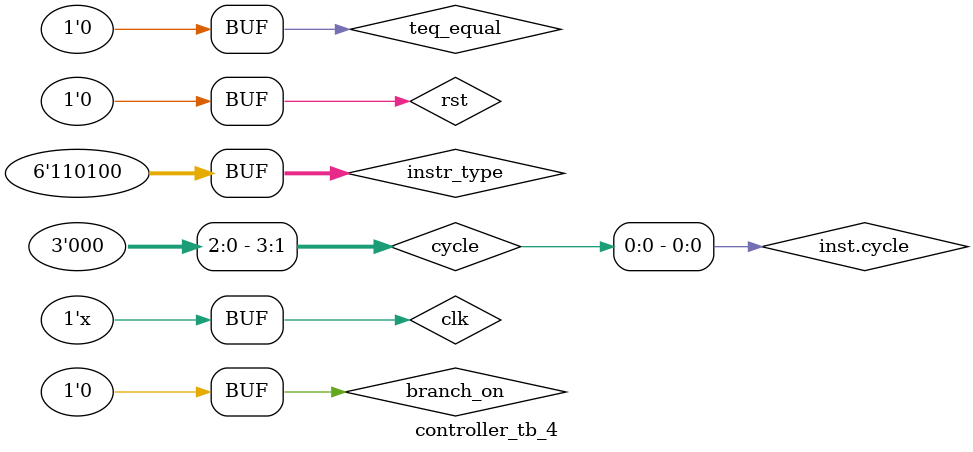
<source format=v>
`timescale 1ns / 1ps


module controller_tb_4;

parameter INST_TYPE_ADD   = 6'd0;
parameter INST_TYPE_ADDU  = 6'd1;
parameter INST_TYPE_SUB   = 6'd2;
parameter INST_TYPE_SUBU  = 6'd3;
parameter INST_TYPE_AND   = 6'd4;
parameter INST_TYPE_OR    = 6'd5;
parameter INST_TYPE_XOR   = 6'd6;
parameter INST_TYPE_NOR   = 6'd7;
parameter INST_TYPE_SLT   = 6'd8;
parameter INST_TYPE_SLTU  = 6'd9;
parameter INST_TYPE_SLL   = 6'd10;
parameter INST_TYPE_SRL   = 6'd11;
parameter INST_TYPE_SRA   = 6'd12;
parameter INST_TYPE_SLLV  = 6'd13;
parameter INST_TYPE_SRLV  = 6'd14;
parameter INST_TYPE_SRAV  = 6'd15;
parameter INST_TYPE_JR    = 6'd16;
parameter INST_TYPE_ADDI  = 6'd17;
parameter INST_TYPE_ADDIU = 6'd18;
parameter INST_TYPE_ANDI  = 6'd19;
parameter INST_TYPE_ORI   = 6'd20;
parameter INST_TYPE_XORI  = 6'd21;
parameter INST_TYPE_LW    = 6'd22;
parameter INST_TYPE_SW    = 6'd23;
parameter INST_TYPE_BEQ   = 6'd24;
parameter INST_TYPE_BNE   = 6'd25;
parameter INST_TYPE_SLTI  = 6'd26;
parameter INST_TYPE_SLTIU = 6'd27;
parameter INST_TYPE_LUI   = 6'd28;
parameter INST_TYPE_J     = 6'd29;
parameter INST_TYPE_JAL   = 6'd30;
parameter INST_TYPE_JALR  = 6'd31;
parameter INST_TYPE_MULT  = 6'd32;
parameter INST_TYPE_MULTU = 6'd33;
parameter INST_TYPE_DIV   = 6'd34;
parameter INST_TYPE_DIVU  = 6'd35;
parameter INST_TYPE_MFLO  = 6'd36;
parameter INST_TYPE_MFHI  = 6'd37;
parameter INST_TYPE_MTLO  = 6'd38;
parameter INST_TYPE_MTHI  = 6'd39;
parameter INST_TYPE_TEQ   = 6'd40;
parameter INST_TYPE_BREAK = 6'd41;
parameter INST_TYPE_ERET  = 6'd42;
parameter INST_TYPE_SYSCALL = 6'd43;
parameter INST_TYPE_LB    = 6'd44;
parameter INST_TYPE_LBU   = 6'd45;
parameter INST_TYPE_LH    = 6'd46;
parameter INST_TYPE_LHU   = 6'd47;
parameter INST_TYPE_SB    = 6'd48;
parameter INST_TYPE_SH    = 6'd49;
parameter INST_TYPE_BGEZ  = 6'd50;
parameter INST_TYPE_MFC0  = 6'd51;
parameter INST_TYPE_MTC0  = 6'd52;
parameter INST_TYPE_CLZ   = 6'd53;
parameter INST_TYPE_UNKNOWN = 6'd54;

reg clk;
reg rst;
reg [5:0]instr_type;
reg branch_on;
wire clz_busy;
wire clz_start;
reg teq_equal;


wire IM_R;
wire PC_out;
wire PC_in;
wire M_R;
wire M_W;
wire DRw_out;
wire DRw_in;
wire DRr_out;
wire DRr_in;
wire Z_out;
wire Z_in;
wire IR_out;
wire IR_in;
wire GR_in;
wire GR_R1_out;
wire GR_R2_out;
wire LO_in;
wire LO_out;
wire HI_in;
wire HI_out;
wire CP0_Rd_in;
wire CP0_Rd_out;
wire t_status_in;
wire t_status_out;
wire mult_start;
wire multu_start;
wire mult_signed;
wire div_start;
wire div_signed;
wire busy;
wire mask_update;
wire next_update;
wire [2:0] MUX_GR_W_DATA;

wire [2:0] MUXT_ALU_A;
wire [2:0] MUXT_ALU_B;

wire [3:0] alu_code;

wire [2:0]MUXT_PC_W_DATA;

controller inst(
    .MUX_GR_W_ADDR_31(MUX_GR_W_ADDR_31),
    .MUX_GR_W_ADDR_RD(MUX_GR_W_ADDR_RD),
    .MUX_GR_W_ADDR_RT(MUX_GR_W_ADDR_RT),
    .MUX_GR_W_DATA(MUX_GR_W_DATA),
    .clk(clk),
    .rst(rst),
    .alu_code_t(4'b1111),
    .alu_code(alu_code),
    .instr_type(instr_type),
    .branch_on(branch_on),
    .mask_update(mask_update),
    .next_update(next_update),
    .teq_equal(teq_equal),
    .div_busy(busy),
    .IM_R(IM_R),
    .PC_out(PC_out),
    .PC_in(PC_in),
    .M_R(M_R),
    .M_W(M_W),
    .DRw_out(DRw_out),
    .DRw_in(DRw_in),
    .DRr_out(DRr_out),
    .DRr_in(DRr_in),
    .Z_out(Z_out),
    .Z_in(Z_in),
    .IR_out(IR_out),
    .IR_in(IR_in),
    .GR_in(GR_in),
    .GR_R1_out(GR_R1_out),
    .GR_R2_out(GR_R2_out),
    .LO_in(LO_in),
    .LO_out(LO_out),
    .HI_in(HI_in),
    .HI_out(HI_out),
    .CP0_Rd_in(CP0_Rd_in),
    .CP0_Rd_out(CP0_Rd_out),
    .t_status_in(t_status_in),
    .t_status_out(t_status_out),
    .mult_start(mult_start),
    .mult_signed(mult_signed),
    .div_start(div_start),
    .div_signed(div_signed),
    .clz_busy(clz_busy),
    .clz_start(clz_start),

    .MUXT_CP0_W_EPC(MUXT_CP0_W_EPC),
    .MUXT_CP0_W_STATUS(MUXT_CP0_W_STATUS),
    .MUXT_CP0_W_CAUSE(MUXT_CP0_W_CAUSE),

    .MUXT_CP0_WDATA_PC(MUXT_CP0_WDATA_PC),
    .MUXT_CP0_WDATA_Z(MUXT_CP0_WDATA_Z),
    .MUXT_CP0_WDATA_T_STATUS(MUXT_CP0_WDATA_T_STATUS),
    .MUXT_CP0_WDATA_IR(MUXT_CP0_WDATA_IR),
    .MUXT_CP0_WDATA_RT(MUXT_CP0_WDATA_RT),

    .MUXT_ALU_A(MUXT_ALU_A),
    .MUXT_ALU_B(MUXT_ALU_B),
    .MUX_HI_WDATA_RS(MUX_HI_WDATA_RS),//1 for Rs, 0 for Z
    .MUX_HI_WDATA_MULT(MUX_HI_WDATA_MULT),
    .MUX_HI_WDATA_DIV(MUX_HI_WDATA_DIV),
    .MUX_LO_WDATA_RS(MUX_LO_WDATA_RS),
    .MUX_LO_WDATA_MULT(MUX_LO_WDATA_MULT),//
    .MUX_LO_WDATA_DIV(MUX_LO_WDATA_DIV),

    .MUXT_CP0_R_RD(MUXT_CP0_R_RD),
    .MUXT_CP0_R_EPC(MUXT_CP0_R_EPC),
    .MUXT_CP0_R_SATUS(MUXT_CP0_R_SATUS), //

    .MUXT_PC_W_DATA(MUXT_PC_W_DATA)
    );
    always #5 clk = ~clk;

    // wire [3:0] T_state = inst.cycle + 4'b1;
    wire [3:0] cycle   = inst.cycle;

    initial begin
        clk = 0;
        rst = 1;
        branch_on = 0;
        teq_equal = 0;

        #13;
        rst = 0; //reset
        #2;
        // j
        instr_type = INST_TYPE_J;
        #30;

        // jr
        instr_type = INST_TYPE_JR;
        #30

        // mflo
        instr_type = INST_TYPE_MFLO;
        #30

        // mfhi
        instr_type = INST_TYPE_MFHI;
        #30

        // mfc0
        instr_type = INST_TYPE_MFC0;
        #30

        // mtlo
        instr_type = INST_TYPE_MTLO;
        #30

        // mthi
        instr_type = INST_TYPE_MTHI;
        #30

        // mtc0
        instr_type = INST_TYPE_MTC0;
        #30;


    end



endmodule
</source>
